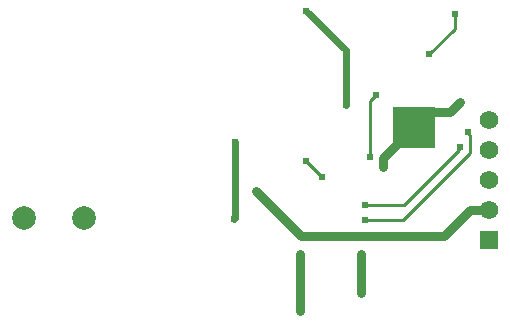
<source format=gbl>
G04 Layer: BottomLayer*
G04 EasyEDA Pro v2.2.27.1, 2024-09-15 10:59:50*
G04 Gerber Generator version 0.3*
G04 Scale: 100 percent, Rotated: No, Reflected: No*
G04 Dimensions in millimeters*
G04 Leading zeros omitted, absolute positions, 3 integers and 5 decimals*
%TF.GenerationSoftware,KiCad,Pcbnew,8.0.8*%
%TF.CreationDate,2025-02-03T12:57:40+08:00*%
%TF.ProjectId,vibration_detection_v02,76696272-6174-4696-9f6e-5f6465746563,rev?*%
%TF.SameCoordinates,Original*%
%TF.FileFunction,Copper,L2,Bot*%
%TF.FilePolarity,Positive*%
%FSLAX46Y46*%
G04 Gerber Fmt 4.6, Leading zero omitted, Abs format (unit mm)*
G04 Created by KiCad (PCBNEW 8.0.8) date 2025-02-03 12:57:40*
%MOMM*%
%LPD*%
G01*
G04 APERTURE LIST*
%TA.AperFunction,ComponentPad*%
%ADD10R,1.574800X1.574800*%
%TD*%
%TA.AperFunction,ComponentPad*%
%ADD11C,1.574800*%
%TD*%
%TA.AperFunction,ComponentPad*%
%ADD12C,2.000000*%
%TD*%
%TA.AperFunction,ViaPad*%
%ADD13C,1.016000*%
%TD*%
%TA.AperFunction,ViaPad*%
%ADD14C,0.609600*%
%TD*%
%TA.AperFunction,Conductor*%
%ADD15C,0.279400*%
%TD*%
%TA.AperFunction,Conductor*%
%ADD16C,0.762000*%
%TD*%
%TA.AperFunction,Conductor*%
%ADD17C,0.609600*%
%TD*%
G04 APERTURE END LIST*
%TA.AperFunction,Conductor*%
%TO.N,GND*%
G36*
X158965900Y-104851200D02*
G01*
X162471100Y-104851200D01*
X162471100Y-101371400D01*
X158965900Y-101371400D01*
X158965900Y-104851200D01*
G37*
%TD.AperFunction*%
%TD*%
D10*
%TO.P,J1,1*%
%TO.N,RESET*%
X167068500Y-112649000D03*
D11*
%TO.P,J1,2*%
%TO.N,+5V*%
X167068500Y-110109000D03*
%TO.P,J1,3*%
%TO.N,SWDIO*%
X167068500Y-107569000D03*
%TO.P,J1,4*%
%TO.N,SWCLK*%
X167068500Y-105029000D03*
%TO.P,J1,5*%
%TO.N,GND*%
X167068500Y-102489000D03*
%TD*%
D12*
%TO.P,P1,1*%
%TO.N,LOOP+*%
X132778500Y-110744000D03*
%TO.P,P1,2*%
%TO.N,LOOP-*%
X127698500Y-110744000D03*
%TD*%
D13*
%TO.N,GND*%
X160718500Y-103124000D03*
D14*
%TO.N,RESET*%
X164198300Y-93522800D03*
%TO.N,INT2*%
X156578300Y-110947200D03*
%TO.N,+5V*%
X147383500Y-108508800D03*
%TO.N,GND*%
X145509550Y-110808900D03*
X145529300Y-104317800D03*
X164586350Y-100957950D03*
X158113600Y-106465500D03*
%TO.N,SPI1_SCK*%
X157467300Y-100380800D03*
X157010100Y-105562400D03*
%TO.N,SPI1_MOSI*%
X151574500Y-105918000D03*
X152920700Y-107315000D03*
%TO.N,INT1*%
X156578300Y-109702600D03*
X164604700Y-104749600D03*
%TO.N,INT2*%
X165265100Y-103454200D03*
%TO.N,VDDA*%
X151091900Y-118618000D03*
%TO.N,VDD*%
X156273500Y-113842800D03*
X156222700Y-117094000D03*
%TO.N,VDDA*%
X151091900Y-113842800D03*
D13*
%TO.N,GND*%
X159550100Y-104190800D03*
X161759900Y-104190800D03*
X161759900Y-101955600D03*
X159550100Y-101955600D03*
D14*
%TO.N,NetR5_2*%
X154927300Y-101193600D03*
X151574500Y-93218000D03*
%TO.N,RESET*%
X161988500Y-96901000D03*
%TD*%
D15*
%TO.N,RESET*%
X164198300Y-94132400D02*
X164223700Y-94157800D01*
X164198300Y-94132400D02*
X164198300Y-93522800D01*
D16*
%TO.N,+5V*%
X165442900Y-110109000D02*
X167068500Y-110109000D01*
X151142700Y-112268000D02*
X163283900Y-112268000D01*
X163283900Y-112268000D02*
X165442900Y-110109000D01*
X147383500Y-108508800D02*
X151142700Y-112268000D01*
D15*
%TO.N,INT2*%
X156578300Y-110947200D02*
X159778700Y-110947200D01*
D17*
%TO.N,GND*%
X145509550Y-110808900D02*
X145529300Y-110789150D01*
X145529300Y-110789150D02*
X145529300Y-104317800D01*
D16*
X161963100Y-101752400D02*
X163791900Y-101752400D01*
X163791900Y-101752400D02*
X164586350Y-100957950D01*
X161759900Y-101955600D02*
X161963100Y-101752400D01*
X158113600Y-106465500D02*
X158113600Y-105703500D01*
X159550100Y-104267000D02*
X159550100Y-104190800D01*
X158113600Y-105703500D02*
X159550100Y-104267000D01*
%TO.N,VDD*%
X156248100Y-117068600D02*
X156248100Y-113842800D01*
D15*
%TO.N,SPI1_SCK*%
X157010100Y-100838000D02*
X157467300Y-100380800D01*
X157010100Y-105562400D02*
X157010100Y-100838000D01*
%TO.N,SPI1_MOSI*%
X151574500Y-105968800D02*
X152920700Y-107315000D01*
X151574500Y-105968800D02*
X151574500Y-105918000D01*
%TO.N,INT1*%
X156578300Y-109702600D02*
X159880300Y-109702600D01*
X159880300Y-109702600D02*
X164541520Y-105041380D01*
X164541520Y-105041380D02*
X164541520Y-104812780D01*
X164541520Y-104812780D02*
X164604700Y-104749600D01*
%TO.N,INT2*%
X159778700Y-110947200D02*
X165468300Y-105257600D01*
X165265100Y-103543550D02*
X165265100Y-103454200D01*
X165265100Y-103543550D02*
X165468300Y-103746750D01*
X165468300Y-105257600D02*
X165468300Y-103746750D01*
D16*
%TO.N,VDDA*%
X151091900Y-118618000D02*
X151091900Y-113842800D01*
%TO.N,VDD*%
X156222700Y-117094000D02*
X156248100Y-117068600D01*
D17*
%TO.N,NetR5_2*%
X154927300Y-101193600D02*
X154927300Y-96570800D01*
X151574500Y-93218000D02*
X154927300Y-96570800D01*
D15*
%TO.N,RESET*%
X164160520Y-94220980D02*
X164223700Y-94157800D01*
X161988500Y-96901000D02*
X164160520Y-94728980D01*
X164160520Y-94728980D02*
X164160520Y-94220980D01*
%TD*%
M02*

</source>
